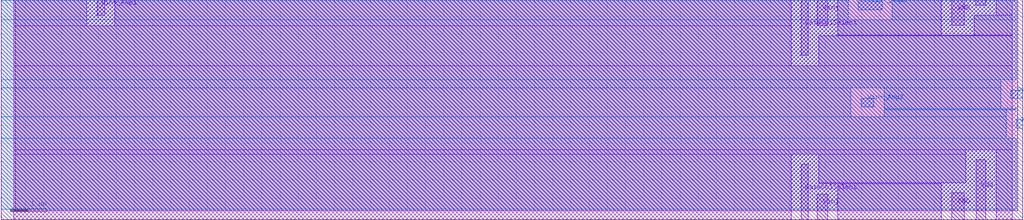
<source format=lef>
VERSION 5.7 ;
  NOWIREEXTENSIONATPIN ON ;
  DIVIDERCHAR "/" ;
  BUSBITCHARS "[]" ;
UNITS
  DATABASE MICRONS 200 ;
END UNITS

LAYER via2
  TYPE CUT ;
END via2

LAYER via
  TYPE CUT ;
END via

LAYER nwell
  TYPE MASTERSLICE ;
END nwell

LAYER via3
  TYPE CUT ;
END via3

LAYER pwell
  TYPE MASTERSLICE ;
END pwell

LAYER via4
  TYPE CUT ;
END via4

LAYER mcon
  TYPE CUT ;
END mcon

LAYER met6
  TYPE ROUTING ;
  WIDTH 0.030000 ;
  SPACING 0.040000 ;
  DIRECTION HORIZONTAL ;
END met6

LAYER met1
  TYPE ROUTING ;
  WIDTH 0.140000 ;
  SPACING 0.140000 ;
  DIRECTION HORIZONTAL ;
END met1

LAYER met3
  TYPE ROUTING ;
  WIDTH 0.300000 ;
  SPACING 0.300000 ;
  DIRECTION HORIZONTAL ;
END met3

LAYER met2
  TYPE ROUTING ;
  WIDTH 0.140000 ;
  SPACING 0.140000 ;
  DIRECTION HORIZONTAL ;
END met2

LAYER met4
  TYPE ROUTING ;
  WIDTH 0.300000 ;
  SPACING 0.300000 ;
  DIRECTION HORIZONTAL ;
END met4

LAYER met5
  TYPE ROUTING ;
  WIDTH 1.600000 ;
  SPACING 1.600000 ;
  DIRECTION HORIZONTAL ;
END met5

LAYER li1
  TYPE ROUTING ;
  WIDTH 0.170000 ;
  SPACING 0.170000 ;
  DIRECTION HORIZONTAL ;
END li1

MACRO sky130_hilas_TA2Cell_1FG_Strong
  CLASS BLOCK ;
  FOREIGN sky130_hilas_TA2Cell_1FG_Strong ;
  ORIGIN 26.170 -1.400 ;
  SIZE 28.100 BY 6.050 ;
  PIN Vin+_Amp2
    USE ANALOG ;
    PORT
      LAYER met2 ;
        RECT -2.520 4.510 -2.170 4.750 ;
    END
  END Vin+_Amp2
  PIN Vin-_Amp2
    USE ANALOG ;
    PORT
      LAYER met2 ;
        RECT -2.600 7.180 -1.940 7.420 ;
    END
  END Vin-_Amp2
  PIN Vdd
    USE POWER ;
    PORT
      LAYER met1 ;
        RECT 0.630 7.300 0.910 7.450 ;
    END
    PORT
      LAYER met1 ;
        RECT 0.640 1.400 0.910 3.050 ;
    END
  END Vdd
  PIN GateColSelect
    USE ANALOG ;
    PORT
      LAYER met1 ;
        RECT -4.160 5.920 -3.970 7.450 ;
    END
    PORT
      LAYER met1 ;
        RECT -4.160 1.400 -3.970 2.930 ;
    END
  END GateColSelect
  PIN Vin+_Amp1
    USE ANALOG ;
    PORT
      LAYER met1 ;
        RECT -23.530 7.020 -23.320 7.450 ;
    END
  END Vin+_Amp1
  PIN GND
    USE GROUND ;
    PORT
      LAYER met1 ;
        RECT -0.030 6.750 0.310 7.450 ;
    END
    PORT
      LAYER met1 ;
        RECT -0.030 1.400 0.310 2.140 ;
    END
  END GND
  PIN output2
    PORT
      LAYER met2 ;
        RECT 1.750 3.920 1.930 4.150 ;
    END
  END output2
  PIN output1
    USE ANALOG ;
    PORT
      LAYER met2 ;
        RECT 1.600 4.740 1.930 4.970 ;
    END
  END output1
  PIN Vinj
    USE POWER ;
    PORT
      LAYER met1 ;
        RECT -3.720 6.740 -3.440 7.450 ;
    END
    PORT
      LAYER met1 ;
        RECT -3.720 1.400 -3.440 2.110 ;
    END
  END Vinj
  OBS
      LAYER li1 ;
        RECT -25.780 1.650 1.790 7.450 ;
      LAYER met1 ;
        RECT -25.820 6.740 -23.810 7.450 ;
        RECT -23.040 6.740 -4.440 7.450 ;
        RECT -25.820 5.640 -4.440 6.740 ;
        RECT -3.160 6.470 -0.310 7.450 ;
        RECT 1.190 7.020 1.630 7.450 ;
        RECT 0.590 6.470 1.630 7.020 ;
        RECT -3.160 6.460 1.630 6.470 ;
        RECT -3.690 5.640 1.630 6.460 ;
        RECT -25.820 3.330 1.630 5.640 ;
        RECT -25.820 3.210 0.360 3.330 ;
        RECT -25.820 1.400 -4.440 3.210 ;
        RECT -3.690 2.420 0.360 3.210 ;
        RECT -3.690 2.390 -0.310 2.420 ;
        RECT -3.160 1.400 -0.310 2.390 ;
        RECT 1.190 1.400 1.630 3.330 ;
      LAYER met2 ;
        RECT -26.170 6.900 -2.880 7.440 ;
        RECT -1.660 6.900 1.750 7.440 ;
        RECT -26.170 5.250 1.750 6.900 ;
        RECT -26.170 5.030 1.320 5.250 ;
        RECT -26.170 4.230 -2.800 5.030 ;
        RECT -1.890 4.460 1.320 5.030 ;
        RECT -1.890 4.430 1.750 4.460 ;
        RECT -1.890 4.230 1.470 4.430 ;
        RECT -26.170 3.640 1.470 4.230 ;
        RECT -26.170 1.690 1.750 3.640 ;
  END
END sky130_hilas_TA2Cell_1FG_Strong
END LIBRARY


</source>
